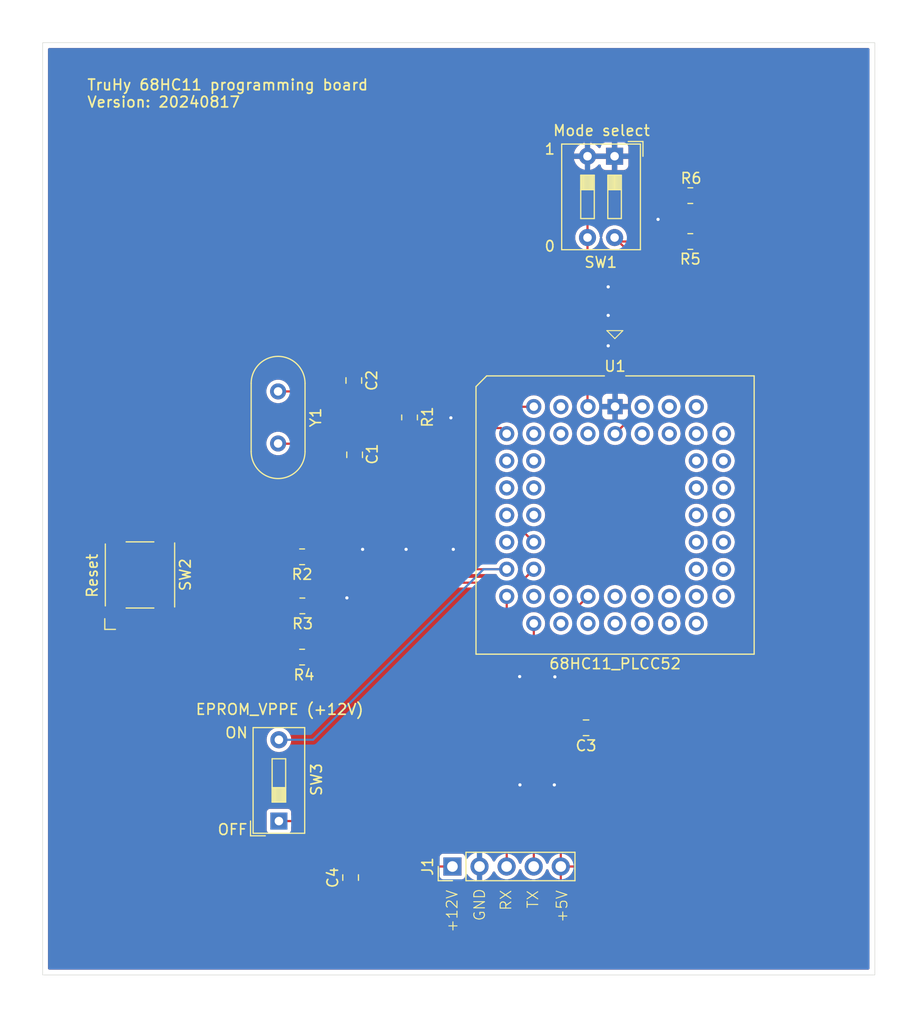
<source format=kicad_pcb>
(kicad_pcb (version 20240108) (generator "pcbnew") (generator_version "8.0")
  (layers (0 "F.Cu" signal) (31 "B.Cu" signal) (34 "B.Paste" user) (35 "F.Paste" user) (36 "B.SilkS" user "B.Silkscreen") (37 "F.SilkS" user "F.Silkscreen") (38 "B.Mask" user) (39 "F.Mask" user) (44 "Edge.Cuts" user))
  (net 0 "")
  (net 1 "GND")
  (net 2 "Net-(U1-XTAL)")
  (net 3 "Net-(U1-EXTAL)")
  (net 4 "+5V")
  (net 5 "+12V")
  (net 6 "RX")
  (net 7 "TX")
  (net 8 "Net-(U1-RESET)")
  (net 9 "Net-(U1-XIRQ)")
  (net 10 "Net-(U1-IRQ)")
  (net 52 "MODB")
  (net 53 "MODA")
  (footprint "Resistor_SMD:R_0805_2012Metric_Pad1.20x1.40mm_HandSolder" (layer "F.Cu") (at 24.35 52.785)
    (property "Reference" "R3" (at 0.025 1.675 0) (layer "F.SilkS"))
    (property "Value" "10K")
    (fp_line (start -0.227064 -0.735) (end 0.227064 -0.735) (stroke (width 0.12)) (layer "F.SilkS"))
    (fp_line (start -0.227064 0.735) (end 0.227064 0.735) (stroke (width 0.12)) (layer "F.SilkS"))
    (pad "1" smd roundrect (at -1 0) (size 1.2 1.4) (layers "F.Cu" "F.Paste" "F.Mask") (roundrect_rratio 0.208333) (net 4 "+5V"))
    (pad "2" smd roundrect (at 1 0) (size 1.2 1.4) (layers "F.Cu" "F.Paste" "F.Mask") (roundrect_rratio 0.208333) (net 9 "Net-(U1-XIRQ)"))
  )
  (footprint "Button_Switch_THT:SW_DIP_SPSTx02_Slide_9.78x7.26mm_W7.62mm_P2.54mm" (layer "F.Cu") (at 53.625 10.6425 -90)
    (property "Reference" "SW1" (at 9.9425 1.3 180) (layer "F.SilkS"))
    (property "Value" "Mode select" (at -2.4075 1.225 180) (layer "F.SilkS"))
    (fp_line (start -1.14 4.96) (end 8.76 4.96) (stroke (width 0.12)) (layer "F.SilkS"))
    (fp_line (start 1.78 3.175) (end 5.84 3.175) (stroke (width 0.12)) (layer "F.SilkS"))
    (fp_line (start 5.84 3.175) (end 5.84 1.905) (stroke (width 0.12)) (layer "F.SilkS"))
    (fp_line (start 1.78 3.105) (end 3.133333 3.105) (stroke (width 0.12)) (layer "F.SilkS"))
    (fp_line (start 1.78 2.985) (end 3.133333 2.985) (stroke (width 0.12)) (layer "F.SilkS"))
    (fp_line (start 1.78 2.865) (end 3.133333 2.865) (stroke (width 0.12)) (layer "F.SilkS"))
    (fp_line (start 1.78 2.745) (end 3.133333 2.745) (stroke (width 0.12)) (layer "F.SilkS"))
    (fp_line (start 1.78 2.625) (end 3.133333 2.625) (stroke (width 0.12)) (layer "F.SilkS"))
    (fp_line (start 1.78 2.505) (end 3.133333 2.505) (stroke (width 0.12)) (layer "F.SilkS"))
    (fp_line (start 1.78 2.385) (end 3.133333 2.385) (stroke (width 0.12)) (layer "F.SilkS"))
    (fp_line (start 1.78 2.265) (end 3.133333 2.265) (stroke (width 0.12)) (layer "F.SilkS"))
    (fp_line (start 1.78 2.145) (end 3.133333 2.145) (stroke (width 0.12)) (layer "F.SilkS"))
    (fp_line (start 1.78 2.025) (end 3.133333 2.025) (stroke (width 0.12)) (layer "F.SilkS"))
    (fp_line (start 1.78 1.905) (end 1.78 3.175) (stroke (width 0.12)) (layer "F.SilkS"))
    (fp_line (start 3.133333 1.905) (end 3.133333 3.175) (stroke (width 0.12)) (layer "F.SilkS"))
    (fp_line (start 5.84 1.905) (end 1.78 1.905) (stroke (width 0.12)) (layer "F.SilkS"))
    (fp_line (start 1.78 0.635) (end 5.84 0.635) (stroke (width 0.12)) (layer "F.SilkS"))
    (fp_line (start 5.84 0.635) (end 5.84 -0.635) (stroke (width 0.12)) (layer "F.SilkS"))
    (fp_line (start 1.78 0.565) (end 3.133333 0.565) (stroke (width 0.12)) (layer "F.SilkS"))
    (fp_line (start 1.78 0.445) (end 3.133333 0.445) (stroke (width 0.12)) (layer "F.SilkS"))
    (fp_line (start 1.78 0.325) (end 3.133333 0.325) (stroke (width 0.12)) (layer "F.SilkS"))
    (fp_line (start 1.78 0.205) (end 3.133333 0.205) (stroke (width 0.12)) (layer "F.SilkS"))
    (fp_line (start 1.78 0.085) (end 3.133333 0.085) (stroke (width 0.12)) (layer "F.SilkS"))
    (fp_line (start 1.78 -0.035) (end 3.133333 -0.035) (stroke (width 0.12)) (layer "F.SilkS"))
    (fp_line (start 1.78 -0.155) (end 3.133333 -0.155) (stroke (width 0.12)) (layer "F.SilkS"))
    (fp_line (start 1.78 -0.275) (end 3.133333 -0.275) (stroke (width 0.12)) (layer "F.SilkS"))
    (fp_line (start 1.78 -0.395) (end 3.133333 -0.395) (stroke (width 0.12)) (layer "F.SilkS"))
    (fp_line (start 1.78 -0.515) (end 3.133333 -0.515) (stroke (width 0.12)) (layer "F.SilkS"))
    (fp_line (start 1.78 -0.635) (end 1.78 0.635) (stroke (width 0.12)) (layer "F.SilkS"))
    (fp_line (start 3.133333 -0.635) (end 3.133333 0.635) (stroke (width 0.12)) (layer "F.SilkS"))
    (fp_line (start 5.84 -0.635) (end 1.78 -0.635) (stroke (width 0.12)) (layer "F.SilkS"))
    (fp_line (start -1.14 -2.42) (end -1.14 4.96) (stroke (width 0.12)) (layer "F.SilkS"))
    (fp_line (start -1.14 -2.42) (end 8.76 -2.42) (stroke (width 0.12)) (layer "F.SilkS"))
    (fp_line (start 8.76 -2.42) (end 8.76 4.96) (stroke (width 0.12)) (layer "F.SilkS"))
    (fp_line (start -1.38 -2.66) (end -1.38 -1.277) (stroke (width 0.12)) (layer "F.SilkS"))
    (fp_line (start -1.38 -2.66) (end 0.004 -2.66) (stroke (width 0.12)) (layer "F.SilkS"))
    (pad "1" thru_hole rect (at 0 0 270) (size 1.6 1.6) (drill 0.8) (layers "*.Cu" "*.Mask") (net 1 "GND"))
    (pad "2" thru_hole oval (at 0 2.54 270) (size 1.6 1.6) (drill 0.8) (layers "*.Cu" "*.Mask") (net 1 "GND"))
    (pad "3" thru_hole oval (at 7.62 2.54 270) (size 1.6 1.6) (drill 0.8) (layers "*.Cu" "*.Mask") (net 53 "MODA"))
    (pad "4" thru_hole oval (at 7.62 0 270) (size 1.6 1.6) (drill 0.8) (layers "*.Cu" "*.Mask") (net 52 "MODB"))
  )
  (footprint "Capacitor_SMD:C_0805_2012Metric_Pad1.18x1.45mm_HandSolder" (layer "F.Cu") (at 50.95 64.21 180)
    (property "Reference" "C3" (at 0 -1.68 0) (layer "F.SilkS"))
    (property "Value" "100nF")
    (fp_line (start -0.261252 0.735) (end 0.261252 0.735) (stroke (width 0.12)) (layer "F.SilkS"))
    (fp_line (start -0.261252 -0.735) (end 0.261252 -0.735) (stroke (width 0.12)) (layer "F.SilkS"))
    (pad "1" smd roundrect (at -1.0375 0 180) (size 1.175 1.45) (layers "F.Cu" "F.Paste" "F.Mask") (roundrect_rratio 0.212766) (net 1 "GND"))
    (pad "2" smd roundrect (at 1.0375 0 180) (size 1.175 1.45) (layers "F.Cu" "F.Paste" "F.Mask") (roundrect_rratio 0.212766) (net 4 "+5V"))
  )
  (footprint "Resistor_SMD:R_0805_2012Metric_Pad1.20x1.40mm_HandSolder" (layer "F.Cu") (at 60.725 18.635 180)
    (property "Reference" "R5" (at 0 -1.65 0) (layer "F.SilkS"))
    (property "Value" "10K")
    (fp_line (start -0.227064 0.735) (end 0.227064 0.735) (stroke (width 0.12)) (layer "F.SilkS"))
    (fp_line (start -0.227064 -0.735) (end 0.227064 -0.735) (stroke (width 0.12)) (layer "F.SilkS"))
    (pad "1" smd roundrect (at -1 0 180) (size 1.2 1.4) (layers "F.Cu" "F.Paste" "F.Mask") (roundrect_rratio 0.208333) (net 4 "+5V"))
    (pad "2" smd roundrect (at 1 0 180) (size 1.2 1.4) (layers "F.Cu" "F.Paste" "F.Mask") (roundrect_rratio 0.208333) (net 52 "MODB"))
  )
  (footprint "Resistor_SMD:R_0805_2012Metric_Pad1.20x1.40mm_HandSolder" (layer "F.Cu") (at 34.4 35.1225 90)
    (property "Reference" "R1" (at 0.0375 1.675 90) (layer "F.SilkS"))
    (property "Value" "10M")
    (fp_line (start -0.227064 -0.735) (end 0.227064 -0.735) (stroke (width 0.12)) (layer "F.SilkS"))
    (fp_line (start -0.227064 0.735) (end 0.227064 0.735) (stroke (width 0.12)) (layer "F.SilkS"))
    (pad "1" smd roundrect (at -1 0 90) (size 1.2 1.4) (layers "F.Cu" "F.Paste" "F.Mask") (roundrect_rratio 0.208333) (net 2 "Net-(U1-XTAL)"))
    (pad "2" smd roundrect (at 1 0 90) (size 1.2 1.4) (layers "F.Cu" "F.Paste" "F.Mask") (roundrect_rratio 0.208333) (net 3 "Net-(U1-EXTAL)"))
  )
  (footprint "Capacitor_SMD:C_0805_2012Metric_Pad1.18x1.45mm_HandSolder" (layer "F.Cu") (at 28.875 78.2475 90)
    (property "Reference" "C4" (at 0 -1.68 90) (layer "F.SilkS"))
    (property "Value" "100nF")
    (fp_line (start -0.261252 -0.735) (end 0.261252 -0.735) (stroke (width 0.12)) (layer "F.SilkS"))
    (fp_line (start -0.261252 0.735) (end 0.261252 0.735) (stroke (width 0.12)) (layer "F.SilkS"))
    (pad "1" smd roundrect (at -1.0375 0 90) (size 1.175 1.45) (layers "F.Cu" "F.Paste" "F.Mask") (roundrect_rratio 0.212766) (net 1 "GND"))
    (pad "2" smd roundrect (at 1.0375 0 90) (size 1.175 1.45) (layers "F.Cu" "F.Paste" "F.Mask") (roundrect_rratio 0.212766) (net 5 "+12V"))
  )
  (footprint "Resistor_SMD:R_0805_2012Metric_Pad1.20x1.40mm_HandSolder" (layer "F.Cu") (at 60.725 14.335 180)
    (property "Reference" "R6" (at -0.075 1.625 0) (layer "F.SilkS"))
    (property "Value" "10K")
    (fp_line (start -0.227064 0.735) (end 0.227064 0.735) (stroke (width 0.12)) (layer "F.SilkS"))
    (fp_line (start -0.227064 -0.735) (end 0.227064 -0.735) (stroke (width 0.12)) (layer "F.SilkS"))
    (pad "1" smd roundrect (at -1 0 180) (size 1.2 1.4) (layers "F.Cu" "F.Paste" "F.Mask") (roundrect_rratio 0.208333) (net 4 "+5V"))
    (pad "2" smd roundrect (at 1 0 180) (size 1.2 1.4) (layers "F.Cu" "F.Paste" "F.Mask") (roundrect_rratio 0.208333) (net 53 "MODA"))
  )
  (footprint "Button_Switch_SMD:SW_SPST_Omron_B3FS-100xP" (layer "F.Cu") (at 9.125 49.885 90)
    (property "Reference" "SW2" (at 0.025 4.25 90) (layer "F.SilkS"))
    (property "Value" "Reset" (at -0.075 -4.475 90) (layer "F.SilkS"))
    (fp_line (start -5.1 -3.3) (end -4.1 -3.3) (stroke (width 0.12)) (layer "F.SilkS"))
    (fp_line (start 2.9 -3.25) (end -2.9 -3.25) (stroke (width 0.12)) (layer "F.SilkS"))
    (fp_line (start -5.1 -2.3) (end -5.1 -3.3) (stroke (width 0.12)) (layer "F.SilkS"))
    (fp_line (start 3.1 -1.3) (end 3.1 1.3) (stroke (width 0.12)) (layer "F.SilkS"))
    (fp_line (start -3.1 -1.3) (end -3.1 1.3) (stroke (width 0.12)) (layer "F.SilkS"))
    (fp_line (start 3 3.25) (end -3 3.25) (stroke (width 0.12)) (layer "F.SilkS"))
    (pad "1" smd rect (at -4 -2.25 270) (size 1.6 1.4) (layers "F.Cu" "F.Paste" "F.Mask") (net 1 "GND"))
    (pad "1" smd rect (at 4 -2.25 270) (size 1.6 1.4) (layers "F.Cu" "F.Paste" "F.Mask") (net 1 "GND"))
    (pad "2" smd rect (at -4 2.25 270) (size 1.6 1.4) (layers "F.Cu" "F.Paste" "F.Mask") (net 8 "Net-(U1-RESET)"))
    (pad "2" smd rect (at 4 2.25 270) (size 1.6 1.4) (layers "F.Cu" "F.Paste" "F.Mask") (net 8 "Net-(U1-RESET)"))
  )
  (footprint "Resistor_SMD:R_0805_2012Metric_Pad1.20x1.40mm_HandSolder" (layer "F.Cu") (at 24.325 48.185 180)
    (property "Reference" "R2" (at 0 -1.65 0) (layer "F.SilkS"))
    (property "Value" "4.7K")
    (fp_line (start -0.227064 0.735) (end 0.227064 0.735) (stroke (width 0.12)) (layer "F.SilkS"))
    (fp_line (start -0.227064 -0.735) (end 0.227064 -0.735) (stroke (width 0.12)) (layer "F.SilkS"))
    (pad "1" smd roundrect (at -1 0 180) (size 1.2 1.4) (layers "F.Cu" "F.Paste" "F.Mask") (roundrect_rratio 0.208333) (net 8 "Net-(U1-RESET)"))
    (pad "2" smd roundrect (at 1 0 180) (size 1.2 1.4) (layers "F.Cu" "F.Paste" "F.Mask") (roundrect_rratio 0.208333) (net 4 "+5V"))
  )
  (footprint "Capacitor_SMD:C_0805_2012Metric_Pad1.18x1.45mm_HandSolder" (layer "F.Cu") (at 29.25 38.6225 90)
    (property "Reference" "C1" (at 0.0625 1.65 90) (layer "F.SilkS"))
    (property "Value" "22pF")
    (fp_line (start -0.261252 -0.735) (end 0.261252 -0.735) (stroke (width 0.12)) (layer "F.SilkS"))
    (fp_line (start -0.261252 0.735) (end 0.261252 0.735) (stroke (width 0.12)) (layer "F.SilkS"))
    (pad "1" smd roundrect (at -1.0375 0 90) (size 1.175 1.45) (layers "F.Cu" "F.Paste" "F.Mask") (roundrect_rratio 0.212766) (net 1 "GND"))
    (pad "2" smd roundrect (at 1.0375 0 90) (size 1.175 1.45) (layers "F.Cu" "F.Paste" "F.Mask") (roundrect_rratio 0.212766) (net 2 "Net-(U1-XTAL)"))
  )
  (footprint "Button_Switch_THT:SW_DIP_SPSTx01_Slide_9.78x4.72mm_W7.62mm_P2.54mm" (layer "F.Cu") (at 22.15 72.9525 90)
    (property "Reference" "SW3" (at 3.8925 3.525 90) (layer "F.SilkS"))
    (property "Value" "EPROM_VPPE (+12V)" (at 10.4675 0.075 0) (layer "F.SilkS"))
    (fp_line (start -1.38 -2.66) (end 0.004 -2.66) (stroke (width 0.12)) (layer "F.SilkS"))
    (fp_line (start -1.38 -2.66) (end -1.38 -1.277) (stroke (width 0.12)) (layer "F.SilkS"))
    (fp_line (start 8.76 -2.42) (end 8.76 2.42) (stroke (width 0.12)) (layer "F.SilkS"))
    (fp_line (start -1.14 -2.42) (end 8.76 -2.42) (stroke (width 0.12)) (layer "F.SilkS"))
    (fp_line (start -1.14 -2.42) (end -1.14 2.42) (stroke (width 0.12)) (layer "F.SilkS"))
    (fp_line (start 5.84 -0.635) (end 1.78 -0.635) (stroke (width 0.12)) (layer "F.SilkS"))
    (fp_line (start 3.133333 -0.635) (end 3.133333 0.635) (stroke (width 0.12)) (layer "F.SilkS"))
    (fp_line (start 1.78 -0.635) (end 1.78 0.635) (stroke (width 0.12)) (layer "F.SilkS"))
    (fp_line (start 1.78 -0.515) (end 3.133333 -0.515) (stroke (width 0.12)) (layer "F.SilkS"))
    (fp_line (start 1.78 -0.395) (end 3.133333 -0.395) (stroke (width 0.12)) (layer "F.SilkS"))
    (fp_line (start 1.78 -0.275) (end 3.133333 -0.275) (stroke (width 0.12)) (layer "F.SilkS"))
    (fp_line (start 1.78 -0.155) (end 3.133333 -0.155) (stroke (width 0.12)) (layer "F.SilkS"))
    (fp_line (start 1.78 -0.035) (end 3.133333 -0.035) (stroke (width 0.12)) (layer "F.SilkS"))
    (fp_line (start 1.78 0.085) (end 3.133333 0.085) (stroke (width 0.12)) (layer "F.SilkS"))
    (fp_line (start 1.78 0.205) (end 3.133333 0.205) (stroke (width 0.12)) (layer "F.SilkS"))
    (fp_line (start 1.78 0.325) (end 3.133333 0.325) (stroke (width 0.12)) (layer "F.SilkS"))
    (fp_line (start 1.78 0.445) (end 3.133333 0.445) (stroke (width 0.12)) (layer "F.SilkS"))
    (fp_line (start 1.78 0.565) (end 3.133333 0.565) (stroke (width 0.12)) (layer "F.SilkS"))
    (fp_line (start 5.84 0.635) (end 5.84 -0.635) (stroke (width 0.12)) (layer "F.SilkS"))
    (fp_line (start 1.78 0.635) (end 5.84 0.635) (stroke (width 0.12)) (layer "F.SilkS"))
    (fp_line (start -1.14 2.42) (end 8.76 2.42) (stroke (width 0.12)) (layer "F.SilkS"))
    (pad "1" thru_hole rect (at 0 0 90) (size 1.6 1.6) (drill 0.8) (layers "*.Cu" "*.Mask") (net 5 "+12V"))
    (pad "2" thru_hole oval (at 7.62 0 90) (size 1.6 1.6) (drill 0.8) (layers "*.Cu" "*.Mask") (net 9 "Net-(U1-XIRQ)"))
  )
  (footprint "Resistor_SMD:R_0805_2012Metric_Pad1.20x1.40mm_HandSolder" (layer "F.Cu") (at 24.325 57.585)
    (property "Reference" "R4" (at 0.175 1.675 0) (layer "F.SilkS"))
    (property "Value" "10K")
    (fp_line (start -0.227064 -0.735) (end 0.227064 -0.735) (stroke (width 0.12)) (layer "F.SilkS"))
    (fp_line (start -0.227064 0.735) (end 0.227064 0.735) (stroke (width 0.12)) (layer "F.SilkS"))
    (pad "1" smd roundrect (at -1 0) (size 1.2 1.4) (layers "F.Cu" "F.Paste" "F.Mask") (roundrect_rratio 0.208333) (net 4 "+5V"))
    (pad "2" smd roundrect (at 1 0) (size 1.2 1.4) (layers "F.Cu" "F.Paste" "F.Mask") (roundrect_rratio 0.208333) (net 10 "Net-(U1-IRQ)"))
  )
  (footprint "Connector_PinHeader_2.54mm:PinHeader_1x05_P2.54mm_Vertical" (layer "F.Cu") (at 38.42 77.21 90)
    (property "Reference" "J1" (at 0 -2.33 90) (layer "F.SilkS"))
    (property "Value" "Conn_01x05")
    (fp_line (start -1.33 -1.33) (end 0 -1.33) (stroke (width 0.12)) (layer "F.SilkS"))
    (fp_line (start -1.33 0) (end -1.33 -1.33) (stroke (width 0.12)) (layer "F.SilkS"))
    (fp_line (start 1.33 1.27) (end 1.33 11.49) (stroke (width 0.12)) (layer "F.SilkS"))
    (fp_line (start -1.33 1.27) (end 1.33 1.27) (stroke (width 0.12)) (layer "F.SilkS"))
    (fp_line (start -1.33 1.27) (end -1.33 11.49) (stroke (width 0.12)) (layer "F.SilkS"))
    (fp_line (start -1.33 11.49) (end 1.33 11.49) (stroke (width 0.12)) (layer "F.SilkS"))
    (pad "1" thru_hole rect (at 0 0 90) (size 1.7 1.7) (drill 1) (layers "*.Cu" "*.Mask") (net 5 "+12V"))
    (pad "2" thru_hole oval (at 0 2.54 90) (size 1.7 1.7) (drill 1) (layers "*.Cu" "*.Mask") (net 1 "GND"))
    (pad "3" thru_hole oval (at 0 5.08 90) (size 1.7 1.7) (drill 1) (layers "*.Cu" "*.Mask") (net 6 "RX"))
    (pad "4" thru_hole oval (at 0 7.62 90) (size 1.7 1.7) (drill 1) (layers "*.Cu" "*.Mask") (net 7 "TX"))
    (pad "5" thru_hole oval (at 0 10.16 90) (size 1.7 1.7) (drill 1) (layers "*.Cu" "*.Mask") (net 4 "+5V"))
  )
  (footprint "Crystal:Crystal_HC49-4H_Vertical" (layer "F.Cu") (at 22.075 32.685 -90)
    (property "Reference" "Y1" (at 2.44 -3.525 90) (layer "F.SilkS"))
    (property "Value" "8MHz")
    (fp_line (start -0.76 2.525) (end 5.64 2.525) (stroke (width 0.12)) (layer "F.SilkS"))
    (fp_line (start -0.76 -2.525) (end 5.64 -2.525) (stroke (width 0.12)) (layer "F.SilkS"))
    (fp_arc (start -0.76 2.525) (mid -3.285 0) (end -0.76 -2.525) (stroke (width 0.12)) (layer "F.SilkS"))
    (fp_arc (start 5.64 -2.525) (mid 8.165 0) (end 5.64 2.525) (stroke (width 0.12)) (layer "F.SilkS"))
    (pad "1" thru_hole circle (at 0 0 270) (size 1.5 1.5) (drill 0.8) (layers "*.Cu" "*.Mask") (net 3 "Net-(U1-EXTAL)"))
    (pad "2" thru_hole circle (at 4.88 0 270) (size 1.5 1.5) (drill 0.8) (layers "*.Cu" "*.Mask") (net 2 "Net-(U1-XTAL)"))
  )
  (footprint "Package_LCC:PLCC-52_THT-Socket" (layer "F.Cu") (at 53.67 34.11)
    (property "Reference" "U1" (at 0 -3.78 0) (layer "F.SilkS"))
    (property "Value" "68HC11_PLCC52" (at 0 24.1 0) (layer "F.SilkS"))
    (fp_line (start -13.04 -1.88) (end -13.04 23.2) (stroke (width 0.12)) (layer "F.SilkS"))
    (fp_line (start -13.04 23.2) (end 13.04 23.2) (stroke (width 0.12)) (layer "F.SilkS"))
    (fp_line (start -12.04 -2.88) (end -13.04 -1.88) (stroke (width 0.12)) (layer "F.SilkS"))
    (fp_line (start -1 -2.88) (end -12.04 -2.88) (stroke (width 0.12)) (layer "F.SilkS"))
    (fp_line (start 13.04 -2.88) (end 1 -2.88) (stroke (width 0.12)) (layer "F.SilkS"))
    (fp_line (start 13.04 23.2) (end 13.04 -2.88) (stroke (width 0.12)) (layer "F.SilkS"))
    (pad "1" thru_hole rect (at 0 0) (size 1.4224 1.4224) (drill 0.8) (layers "*.Cu" "*.Mask") (net 1 "GND"))
    (pad "2" thru_hole circle (at 0 2.54) (size 1.4224 1.4224) (drill 0.8) (layers "*.Cu" "*.Mask") (net 52 "MODB"))
    (pad "3" thru_hole circle (at -2.54 0) (size 1.4224 1.4224) (drill 0.8) (layers "*.Cu" "*.Mask") (net 53 "MODA"))
    (pad "4" thru_hole circle (at -2.54 2.54) (size 1.4224 1.4224) (drill 0.8) (layers "*.Cu" "*.Mask"))
    (pad "5" thru_hole circle (at -5.08 0) (size 1.4224 1.4224) (drill 0.8) (layers "*.Cu" "*.Mask"))
    (pad "6" thru_hole circle (at -5.08 2.54) (size 1.4224 1.4224) (drill 0.8) (layers "*.Cu" "*.Mask"))
    (pad "7" thru_hole circle (at -7.62 0) (size 1.4224 1.4224) (drill 0.8) (layers "*.Cu" "*.Mask") (net 3 "Net-(U1-EXTAL)"))
    (pad "8" thru_hole circle (at -10.16 2.54) (size 1.4224 1.4224) (drill 0.8) (layers "*.Cu" "*.Mask") (net 2 "Net-(U1-XTAL)"))
    (pad "9" thru_hole circle (at -7.62 2.54) (size 1.4224 1.4224) (drill 0.8) (layers "*.Cu" "*.Mask"))
    (pad "10" thru_hole circle (at -10.16 5.08) (size 1.4224 1.4224) (drill 0.8) (layers "*.Cu" "*.Mask"))
    (pad "11" thru_hole circle (at -7.62 5.08) (size 1.4224 1.4224) (drill 0.8) (layers "*.Cu" "*.Mask"))
    (pad "12" thru_hole circle (at -10.16 7.62) (size 1.4224 1.4224) (drill 0.8) (layers "*.Cu" "*.Mask"))
    (pad "13" thru_hole circle (at -7.62 7.62) (size 1.4224 1.4224) (drill 0.8) (layers "*.Cu" "*.Mask"))
    (pad "14" thru_hole circle (at -10.16 10.16) (size 1.4224 1.4224) (drill 0.8) (layers "*.Cu" "*.Mask"))
    (pad "15" thru_hole circle (at -7.62 10.16) (size 1.4224 1.4224) (drill 0.8) (layers "*.Cu" "*.Mask"))
    (pad "16" thru_hole circle (at -10.16 12.7) (size 1.4224 1.4224) (drill 0.8) (layers "*.Cu" "*.Mask"))
    (pad "17" thru_hole circle (at -7.62 12.7) (size 1.4224 1.4224) (drill 0.8) (layers "*.Cu" "*.Mask") (net 8 "Net-(U1-RESET)"))
    (pad "18" thru_hole circle (at -10.16 15.24) (size 1.4224 1.4224) (drill 0.8) (layers "*.Cu" "*.Mask") (net 9 "Net-(U1-XIRQ)"))
    (pad "19" thru_hole circle (at -7.62 15.24) (size 1.4224 1.4224) (drill 0.8) (layers "*.Cu" "*.Mask") (net 10 "Net-(U1-IRQ)"))
    (pad "20" thru_hole circle (at -10.16 17.78) (size 1.4224 1.4224) (drill 0.8) (layers "*.Cu" "*.Mask") (net 6 "RX"))
    (pad "21" thru_hole circle (at -7.62 20.32) (size 1.4224 1.4224) (drill 0.8) (layers "*.Cu" "*.Mask") (net 7 "TX"))
    (pad "22" thru_hole circle (at -7.62 17.78) (size 1.4224 1.4224) (drill 0.8) (layers "*.Cu" "*.Mask"))
    (pad "23" thru_hole circle (at -5.08 20.32) (size 1.4224 1.4224) (drill 0.8) (layers "*.Cu" "*.Mask"))
    (pad "24" thru_hole circle (at -5.08 17.78) (size 1.4224 1.4224) (drill 0.8) (layers "*.Cu" "*.Mask"))
    (pad "25" thru_hole circle (at -2.54 20.32) (size 1.4224 1.4224) (drill 0.8) (layers "*.Cu" "*.Mask"))
    (pad "26" thru_hole circle (at -2.54 17.78) (size 1.4224 1.4224) (drill 0.8) (layers "*.Cu" "*.Mask") (net 4 "+5V"))
    (pad "27" thru_hole circle (at 0 20.32) (size 1.4224 1.4224) (drill 0.8) (layers "*.Cu" "*.Mask"))
    (pad "28" thru_hole circle (at 0 17.78) (size 1.4224 1.4224) (drill 0.8) (layers "*.Cu" "*.Mask"))
    (pad "29" thru_hole circle (at 2.54 20.32) (size 1.4224 1.4224) (drill 0.8) (layers "*.Cu" "*.Mask"))
    (pad "30" thru_hole circle (at 2.54 17.78) (size 1.4224 1.4224) (drill 0.8) (layers "*.Cu" "*.Mask"))
    (pad "31" thru_hole circle (at 5.08 20.32) (size 1.4224 1.4224) (drill 0.8) (layers "*.Cu" "*.Mask"))
    (pad "32" thru_hole circle (at 5.08 17.78) (size 1.4224 1.4224) (drill 0.8) (layers "*.Cu" "*.Mask"))
    (pad "33" thru_hole circle (at 7.62 20.32) (size 1.4224 1.4224) (drill 0.8) (layers "*.Cu" "*.Mask"))
    (pad "34" thru_hole circle (at 10.16 17.78) (size 1.4224 1.4224) (drill 0.8) (layers "*.Cu" "*.Mask"))
    (pad "35" thru_hole circle (at 7.62 17.78) (size 1.4224 1.4224) (drill 0.8) (layers "*.Cu" "*.Mask"))
    (pad "36" thru_hole circle (at 10.16 15.24) (size 1.4224 1.4224) (drill 0.8) (layers "*.Cu" "*.Mask"))
    (pad "37" thru_hole circle (at 7.62 15.24) (size 1.4224 1.4224) (drill 0.8) (layers "*.Cu" "*.Mask"))
    (pad "38" thru_hole circle (at 10.16 12.7) (size 1.4224 1.4224) (drill 0.8) (layers "*.Cu" "*.Mask"))
    (pad "39" thru_hole circle (at 7.62 12.7) (size 1.4224 1.4224) (drill 0.8) (layers "*.Cu" "*.Mask"))
    (pad "40" thru_hole circle (at 10.16 10.16) (size 1.4224 1.4224) (drill 0.8) (layers "*.Cu" "*.Mask"))
    (pad "41" thru_hole circle (at 7.62 10.16) (size 1.4224 1.4224) (drill 0.8) (layers "*.Cu" "*.Mask"))
    (pad "42" thru_hole circle (at 10.16 7.62) (size 1.4224 1.4224) (drill 0.8) (layers "*.Cu" "*.Mask"))
    (pad "43" thru_hole circle (at 7.62 7.62) (size 1.4224 1.4224) (drill 0.8) (layers "*.Cu" "*.Mask"))
    (pad "44" thru_hole circle (at 10.16 5.08) (size 1.4224 1.4224) (drill 0.8) (layers "*.Cu" "*.Mask"))
    (pad "45" thru_hole circle (at 7.62 5.08) (size 1.4224 1.4224) (drill 0.8) (layers "*.Cu" "*.Mask"))
    (pad "46" thru_hole circle (at 10.16 2.54) (size 1.4224 1.4224) (drill 0.8) (layers "*.Cu" "*.Mask"))
    (pad "47" thru_hole circle (at 7.62 0) (size 1.4224 1.4224) (drill 0.8) (layers "*.Cu" "*.Mask"))
    (pad "48" thru_hole circle (at 7.62 2.54) (size 1.4224 1.4224) (drill 0.8) (layers "*.Cu" "*.Mask"))
    (pad "49" thru_hole circle (at 5.08 0) (size 1.4224 1.4224) (drill 0.8) (layers "*.Cu" "*.Mask"))
    (pad "50" thru_hole circle (at 5.08 2.54) (size 1.4224 1.4224) (drill 0.8) (layers "*.Cu" "*.Mask"))
    (pad "51" thru_hole circle (at 2.54 0) (size 1.4224 1.4224) (drill 0.8) (layers "*.Cu" "*.Mask"))
    (pad "52" thru_hole circle (at 2.54 2.54) (size 1.4224 1.4224) (drill 0.8) (layers "*.Cu" "*.Mask"))
  )
  (footprint "Capacitor_SMD:C_0805_2012Metric_Pad1.18x1.45mm_HandSolder" (layer "F.Cu") (at 29.175 31.66 -90)
    (property "Reference" "C2" (at 0 -1.68 90) (layer "F.SilkS"))
    (property "Value" "22pF")
    (fp_line (start -0.261252 0.735) (end 0.261252 0.735) (stroke (width 0.12)) (layer "F.SilkS"))
    (fp_line (start -0.261252 -0.735) (end 0.261252 -0.735) (stroke (width 0.12)) (layer "F.SilkS"))
    (pad "1" smd roundrect (at -1.0375 0 270) (size 1.175 1.45) (layers "F.Cu" "F.Paste" "F.Mask") (roundrect_rratio 0.212766) (net 1 "GND"))
    (pad "2" smd roundrect (at 1.0375 0 270) (size 1.175 1.45) (layers "F.Cu" "F.Paste" "F.Mask") (roundrect_rratio 0.212766) (net 3 "Net-(U1-EXTAL)"))
  )
  (gr_line (start 53.65 27.735) (end 52.9 26.985) (stroke (width 0.1)) (layer "F.SilkS"))
  (gr_line (start 52.9 26.985) (end 54.4 26.985) (stroke (width 0.1)) (layer "F.SilkS"))
  (gr_line (start 53.65 27.735) (end 54.4 26.985) (stroke (width 0.1)) (layer "F.SilkS"))
  (gr_rect (start 0 0) (end 78.025 87.375) (stroke (width 0.05)) (fill none) (layer "Edge.Cuts"))
  (gr_text "1" (at 46.975 10.56 0) (layer "F.SilkS") (effects (font (size 1 1)) (justify left bottom)))
  (gr_text "0" (at 46.975 19.66 0) (layer "F.SilkS") (effects (font (size 1 1)) (justify left bottom)))
  (gr_text "ON" (at 17.025 65.26 0) (layer "F.SilkS") (effects (font (size 1 1)) (justify left bottom)))
  (gr_text "OFF" (at 16.325 74.335 0) (layer "F.SilkS") (effects (font (size 1 1)) (justify left bottom)))
  (gr_text "TruHy 68HC11 programming board\nVersion: 20240817" (at 4.1 6.15 0) (layer "F.SilkS") (effects (font (size 1 1) (thickness 0.16)) (justify left bottom)))
  (gr_text "+5V" (at 49.275 82.535 90) (layer "F.SilkS") (effects (font (size 1 1) (thickness 0.1)) (justify left bottom)))
  (gr_text "RX" (at 44.025 81.41 90) (layer "F.SilkS") (effects (font (size 1 1) (thickness 0.1)) (justify left bottom)))
  (gr_text "+12V" (at 38.975 83.46 90) (layer "F.SilkS") (effects (font (size 1 1) (thickness 0.1)) (justify left bottom)))
  (gr_text "TX" (at 46.55 81.21 90) (layer "F.SilkS") (effects (font (size 1 1) (thickness 0.1)) (justify left bottom)))
  (gr_text "GND" (at 41.55 82.385 90) (layer "F.SilkS") (effects (font (size 1 1) (thickness 0.1)) (justify left bottom)))
  (via (at 48.025 59.435) (size 0.6) (drill 0.3) (layers "F.Cu" "B.Cu") (net 1))
  (via (at 57.7 16.56) (size 0.6) (drill 0.3) (layers "F.Cu" "B.Cu") (net 1))
  (via (at 53.025 22.885) (size 0.6) (drill 0.3) (layers "F.Cu" "B.Cu") (net 1))
  (via (at 47.975 69.56) (size 0.6) (drill 0.3) (layers "F.Cu" "B.Cu") (net 1))
  (via (at 53.025 28.41) (size 0.6) (drill 0.3) (layers "F.Cu" "B.Cu") (net 1))
  (via (at 44.725 59.41) (size 0.6) (drill 0.3) (layers "F.Cu" "B.Cu") (net 1))
  (via (at 34.075 47.485) (size 0.6) (drill 0.3) (layers "F.Cu" "B.Cu") (net 1))
  (via (at 53.025 25.56) (size 0.6) (drill 0.3) (layers "F.Cu" "B.Cu") (net 1))
  (via (at 28.525 52.035) (size 0.6) (drill 0.3) (layers "F.Cu" "B.Cu") (net 1))
  (via (at 30 47.485) (size 0.6) (drill 0.3) (layers "F.Cu" "B.Cu") (net 1))
  (via (at 44.75 69.56) (size 0.6) (drill 0.3) (layers "F.Cu" "B.Cu") (net 1))
  (via (at 38.5 47.485) (size 0.6) (drill 0.3) (layers "F.Cu" "B.Cu") (net 1))
  (via (at 38.275 35.16) (size 0.6) (drill 0.3) (layers "F.Cu" "B.Cu") (net 1))
  (segment (start 42.9825 36.1225) (end 43.51 36.65) (width 0.2) (layer "F.Cu") (net 2))
  (segment (start 32.9375 37.585) (end 34.4 36.1225) (width 0.2) (layer "F.Cu") (net 2))
  (segment (start 29.25 37.585) (end 32.9375 37.585) (width 0.2) (layer "F.Cu") (net 2))
  (segment (start 29.25 37.585) (end 22.095 37.585) (width 0.2) (layer "F.Cu") (net 2))
  (segment (start 22.095 37.585) (end 22.075 37.565) (width 0.2) (layer "F.Cu") (net 2))
  (segment (start 34.4 36.1225) (end 42.9825 36.1225) (width 0.2) (layer "F.Cu") (net 2))
  (segment (start 46.0375 34.1225) (end 46.05 34.11) (width 0.2) (layer "F.Cu") (net 3))
  (segment (start 32.9125 32.6975) (end 29.175 32.6975) (width 0.2) (layer "F.Cu") (net 3))
  (segment (start 29.1625 32.685) (end 29.175 32.6975) (width 0.2) (layer "F.Cu") (net 3))
  (segment (start 34.4 34.1225) (end 46.0375 34.1225) (width 0.2) (layer "F.Cu") (net 3))
  (segment (start 22.075 32.685) (end 29.1625 32.685) (width 0.2) (layer "F.Cu") (net 3))
  (segment (start 34.4 34.1225) (end 34.3375 34.1225) (width 0.2) (layer "F.Cu") (net 3))
  (segment (start 34.3375 34.1225) (end 32.9125 32.6975) (width 0.2) (layer "F.Cu") (net 3))
  (segment (start 23.325 52.81) (end 23.35 52.785) (width 0.2) (layer "F.Cu") (net 4))
  (segment (start 23.325 48.185) (end 23.325 52.76) (width 0.2) (layer "F.Cu") (net 4))
  (segment (start 71.625 62.885) (end 71.65 62.86) (width 0.2) (layer "F.Cu") (net 4))
  (segment (start 48.58 81.805) (end 48.58 77.21) (width 0.2) (layer "F.Cu") (net 4))
  (segment (start 15.175 74.935) (end 24.45 84.21) (width 0.2) (layer "F.Cu") (net 4))
  (segment (start 23.325 52.76) (end 23.35 52.785) (width 0.2) (layer "F.Cu") (net 4))
  (segment (start 48.58 72.03) (end 49.9125 70.6975) (width 0.2) (layer "F.Cu") (net 4))
  (segment (start 46.175 84.21) (end 48.58 81.805) (width 0.2) (layer "F.Cu") (net 4))
  (segment (start 71.65 62.86) (end 71.65 23.36) (width 0.2) (layer "F.Cu") (net 4))
  (segment (start 48.58 77.21) (end 62.65 77.21) (width 0.2) (layer "F.Cu") (net 4))
  (segment (start 49.9 53.12) (end 49.9125 53.1325) (width 0.2) (layer "F.Cu") (net 4))
  (segment (start 49.9125 70.6975) (end 49.9125 64.21) (width 0.2) (layer "F.Cu") (net 4))
  (segment (start 61.725 14.335) (end 61.725 18.635) (width 0.2) (layer "F.Cu") (net 4))
  (segment (start 48.58 77.21) (end 48.58 72.03) (width 0.2) (layer "F.Cu") (net 4))
  (segment (start 21.85 52.785) (end 15.175 59.46) (width 0.2) (layer "F.Cu") (net 4))
  (segment (start 15.175 59.46) (end 15.175 74.935) (width 0.2) (layer "F.Cu") (net 4))
  (segment (start 66.925 18.635) (end 61.725 18.635) (width 0.2) (layer "F.Cu") (net 4))
  (segment (start 49.9 53.12) (end 51.13 51.89) (width 0.2) (layer "F.Cu") (net 4))
  (segment (start 24.45 84.21) (end 46.175 84.21) (width 0.2) (layer "F.Cu") (net 4))
  (segment (start 23.325 57.585) (end 23.325 52.81) (width 0.2) (layer "F.Cu") (net 4))
  (segment (start 71.65 23.36) (end 66.925 18.635) (width 0.2) (layer "F.Cu") (net 4))
  (segment (start 71.625 68.235) (end 71.625 62.885) (width 0.2) (layer "F.Cu") (net 4))
  (segment (start 62.65 77.21) (end 71.625 68.235) (width 0.2) (layer "F.Cu") (net 4))
  (segment (start 49.9125 53.1325) (end 49.9125 64.21) (width 0.2) (layer "F.Cu") (net 4))
  (segment (start 23.35 52.785) (end 21.85 52.785) (width 0.2) (layer "F.Cu") (net 4))
  (segment (start 28.875 77.21) (end 38.42 77.21) (width 0.2) (layer "F.Cu") (net 5))
  (segment (start 24.6175 72.9525) (end 28.875 77.21) (width 0.2) (layer "F.Cu") (net 5))
  (segment (start 22.15 72.9525) (end 24.6175 72.9525) (width 0.2) (layer "F.Cu") (net 5))
  (segment (start 43.51 51.89) (end 43.51 77.2) (width 0.2) (layer "F.Cu") (net 6))
  (segment (start 43.51 77.2) (end 43.5 77.21) (width 0.2) (layer "F.Cu") (net 6))
  (segment (start 43.51 77.2) (end 43.5 77.21) (width 0.2) (layer "B.Cu") (net 6))
  (segment (start 46.05 77.2) (end 46.04 77.21) (width 0.2) (layer "F.Cu") (net 7))
  (segment (start 46.05 54.43) (end 46.05 77.2) (width 0.2) (layer "F.Cu") (net 7))
  (segment (start 46.05 77.2) (end 46.04 77.21) (width 0.2) (layer "B.Cu") (net 7))
  (segment (start 11.375 46.86) (end 12 47.485) (width 0.2) (layer "F.Cu") (net 8))
  (segment (start 11.375 52.935) (end 11.375 53.885) (width 0.2) (layer "F.Cu") (net 8))
  (segment (start 27.975 45.535) (end 44.775 45.535) (width 0.2) (layer "F.Cu") (net 8))
  (segment (start 25.325 48.185) (end 27.975 45.535) (width 0.2) (layer "F.Cu") (net 8))
  (segment (start 44.775 45.535) (end 46.05 46.81) (width 0.2) (layer "F.Cu") (net 8))
  (segment (start 12.45 49.81) (end 12 50.26) (width 0.2) (layer "F.Cu") (net 8))
  (segment (start 12 47.485) (end 12 49.36) (width 0.2) (layer "F.Cu") (net 8))
  (segment (start 14.575 49.81) (end 12.45 49.81) (width 0.2) (layer "F.Cu") (net 8))
  (segment (start 12.45 53.635) (end 12.45 49.81) (width 0.2) (layer "F.Cu") (net 8))
  (segment (start 11.375 45.885) (end 12.175 45.885) (width 0.2) (layer "F.Cu") (net 8))
  (segment (start 12.175 45.885) (end 12.45 46.16) (width 0.2) (layer "F.Cu") (net 8))
  (segment (start 12 52.31) (end 11.375 52.935) (width 0.2) (layer "F.Cu") (net 8))
  (segment (start 11.375 53.885) (end 12.2 53.885) (width 0.2) (layer "F.Cu") (net 8))
  (segment (start 18.5 45.885) (end 14.575 49.81) (width 0.2) (layer "F.Cu") (net 8))
  (segment (start 24.875 45.885) (end 18.5 45.885) (width 0.2) (layer "F.Cu") (net 8))
  (segment (start 12.2 53.885) (end 12.45 53.635) (width 0.2) (layer "F.Cu") (net 8))
  (segment (start 12 50.26) (end 12 52.31) (width 0.2) (layer "F.Cu") (net 8))
  (segment (start 25.325 48.185) (end 25.325 46.335) (width 0.2) (layer "F.Cu") (net 8))
  (segment (start 25.325 46.335) (end 24.875 45.885) (width 0.2) (layer "F.Cu") (net 8))
  (segment (start 12 49.36) (end 12.45 49.81) (width 0.2) (layer "F.Cu") (net 8))
  (segment (start 12.45 46.16) (end 12.45 49.81) (width 0.2) (layer "F.Cu") (net 8))
  (segment (start 11.375 45.885) (end 11.375 46.86) (width 0.2) (layer "F.Cu") (net 8))
  (segment (start 28.785 49.35) (end 43.51 49.35) (width 0.2) (layer "F.Cu") (net 9))
  (segment (start 25.35 52.785) (end 28.785 49.35) (width 0.2) (layer "F.Cu") (net 9))
  (segment (start 41.335 49.35) (end 43.51 49.35) (width 0.2) (layer "B.Cu") (net 9))
  (segment (start 25.3525 65.3325) (end 41.335 49.35) (width 0.2) (layer "B.Cu") (net 9))
  (segment (start 22.15 65.3325) (end 25.3525 65.3325) (width 0.2) (layer "B.Cu") (net 9))
  (segment (start 32.3 50.61) (end 44.79 50.61) (width 0.2) (layer "F.Cu") (net 10))
  (segment (start 44.79 50.61) (end 46.05 49.35) (width 0.2) (layer "F.Cu") (net 10))
  (segment (start 25.325 57.585) (end 32.3 50.61) (width 0.2) (layer "F.Cu") (net 10))
  (segment (start 56.825 35.36) (end 54.96 35.36) (width 0.2) (layer "F.Cu") (net 52))
  (segment (start 57.475 34.71) (end 56.825 35.36) (width 0.2) (layer "F.Cu") (net 52))
  (segment (start 54.95 19.5875) (end 54.95 30.01) (width 0.2) (layer "F.Cu") (net 52))
  (segment (start 54.95 30.01) (end 57.475 32.535) (width 0.2) (layer "F.Cu") (net 52))
  (segment (start 57.475 32.535) (end 57.475 34.71) (width 0.2) (layer "F.Cu") (net 52))
  (segment (start 59.725 18.635) (end 53.9975 18.635) (width 0.2) (layer "F.Cu") (net 52))
  (segment (start 54.96 35.36) (end 53.67 36.65) (width 0.2) (layer "F.Cu") (net 52))
  (segment (start 53.625 18.2625) (end 54.95 19.5875) (width 0.2) (layer "F.Cu") (net 52))
  (segment (start 53.9975 18.635) (end 53.625 18.2625) (width 0.2) (layer "F.Cu") (net 52))
  (segment (start 52.825 14.335) (end 51.085 16.075) (width 0.2) (layer "F.Cu") (net 53))
  (segment (start 51.085 16.075) (end 51.085 18.2625) (width 0.2) (layer "F.Cu") (net 53))
  (segment (start 51.085 18.2625) (end 51.085 34.065) (width 0.2) (layer "F.Cu") (net 53))
  (segment (start 59.725 14.335) (end 52.825 14.335) (width 0.2) (layer "F.Cu") (net 53))
  (segment (start 51.085 34.065) (end 51.13 34.11) (width 0.2) (layer "F.Cu") (net 53))
  (zone (net 1) (net_name "GND") (layer "F.Cu") (priority 1) (connect_pads (clearance 0.35)) (min_thickness 0.25) (fill yes (thermal_gap 0.5) (thermal_bridge_width 0.5))
    (polygon (pts (xy -2 -2) (xy 80 -2) (xy 80 90) (xy -2 90)))
  )
  (zone (net 1) (net_name "GND") (layer "B.Cu") (priority 1) (connect_pads (clearance 0.35)) (min_thickness 0.25) (fill yes (thermal_gap 0.5) (thermal_bridge_width 0.5) (island_removal_mode 1) (island_area_min 10))
    (polygon (pts (xy -4 -4) (xy 82 -4) (xy 82 92) (xy -4 92)))
  )
)
</source>
